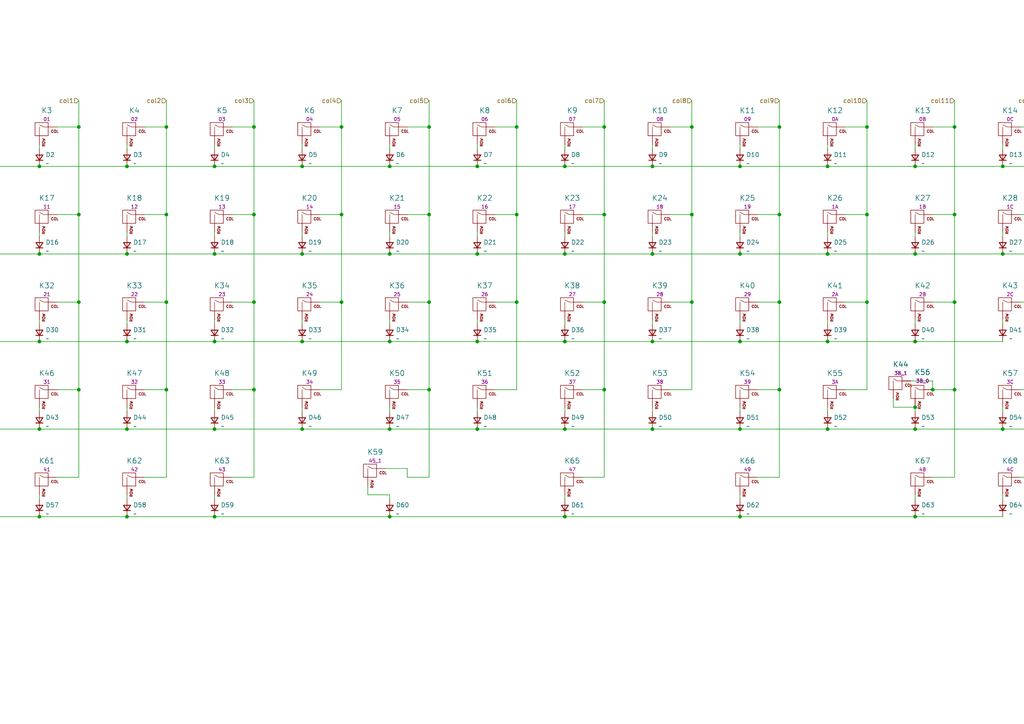
<source format=kicad_sch>
(kicad_sch (version 20211123) (generator eeschema)
  (paper "A4")
  (junction (at 251.46 87.63))
  (junction (at 87.63 48.26))
  (junction (at 214.63 124.46))
  (junction (at 36.83 48.26))
  (junction (at 302.26 62.23))
  (junction (at 214.63 73.66))
  (junction (at 124.46 36.83))
  (junction (at 302.26 87.63))
  (junction (at 276.86 113.03))
  (junction (at 149.86 87.63))
  (junction (at 99.06 62.23))
  (junction (at 240.03 73.66))
  (junction (at -13.97 73.66))
  (junction (at 22.86 87.63))
  (junction (at 48.26 113.03))
  (junction (at 11.43 124.46))
  (junction (at 240.03 124.46))
  (junction (at 189.23 124.46))
  (junction (at 48.26 62.23))
  (junction (at 265.43 124.46))
  (junction (at 124.46 87.63))
  (junction (at 11.43 73.66))
  (junction (at 265.43 99.06))
  (junction (at 189.23 73.66))
  (junction (at -13.97 99.06))
  (junction (at 87.63 124.46))
  (junction (at 175.26 36.83))
  (junction (at 113.03 124.46))
  (junction (at 149.86 62.23))
  (junction (at 214.63 48.26))
  (junction (at 73.66 113.03))
  (junction (at 175.26 113.03))
  (junction (at 302.26 113.03))
  (junction (at 290.83 48.26))
  (junction (at 226.06 113.03))
  (junction (at 276.86 62.23))
  (junction (at -2.54 62.23))
  (junction (at 22.86 62.23))
  (junction (at 265.43 118.11))
  (junction (at -2.54 87.63))
  (junction (at 113.03 73.66))
  (junction (at 149.86 36.83))
  (junction (at 48.26 87.63))
  (junction (at 87.63 99.06))
  (junction (at 321.31 36.83))
  (junction (at 62.23 99.06))
  (junction (at -13.97 149.86))
  (junction (at 11.43 99.06))
  (junction (at 290.83 73.66))
  (junction (at 175.26 87.63))
  (junction (at 265.43 48.26))
  (junction (at -8.89 87.63))
  (junction (at 22.86 113.03))
  (junction (at 251.46 36.83))
  (junction (at 73.66 87.63))
  (junction (at -13.97 48.26))
  (junction (at 226.06 87.63))
  (junction (at 73.66 62.23))
  (junction (at 73.66 36.83))
  (junction (at 87.63 73.66))
  (junction (at 62.23 48.26))
  (junction (at 113.03 149.86))
  (junction (at 113.03 99.06))
  (junction (at 36.83 124.46))
  (junction (at 36.83 73.66))
  (junction (at -2.54 36.83))
  (junction (at 240.03 99.06))
  (junction (at 316.23 41.91))
  (junction (at 138.43 48.26))
  (junction (at 214.63 99.06))
  (junction (at 226.06 62.23))
  (junction (at 163.83 99.06))
  (junction (at 163.83 149.86))
  (junction (at 138.43 73.66))
  (junction (at 11.43 149.86))
  (junction (at 189.23 48.26))
  (junction (at 62.23 124.46))
  (junction (at 99.06 36.83))
  (junction (at 214.63 149.86))
  (junction (at 163.83 48.26))
  (junction (at 276.86 87.63))
  (junction (at 302.26 36.83))
  (junction (at 62.23 73.66))
  (junction (at 124.46 62.23))
  (junction (at -2.54 113.03))
  (junction (at -13.97 124.46))
  (junction (at 200.66 62.23))
  (junction (at 175.26 62.23))
  (junction (at 138.43 99.06))
  (junction (at 163.83 124.46))
  (junction (at 36.83 149.86))
  (junction (at 240.03 48.26))
  (junction (at 163.83 73.66))
  (junction (at 226.06 36.83))
  (junction (at -13.97 92.71))
  (junction (at 265.43 73.66))
  (junction (at 138.43 124.46))
  (junction (at 22.86 36.83))
  (junction (at 189.23 99.06))
  (junction (at 200.66 87.63))
  (junction (at 200.66 36.83))
  (junction (at 276.86 36.83))
  (junction (at 124.46 113.03))
  (junction (at 99.06 87.63))
  (junction (at 327.66 36.83))
  (junction (at 265.43 149.86))
  (junction (at 11.43 48.26))
  (junction (at 270.51 113.03))
  (junction (at 62.23 149.86))
  (junction (at 251.46 62.23))
  (junction (at 290.83 124.46))
  (junction (at 36.83 99.06))
  (junction (at 327.66 62.23))
  (junction (at 48.26 36.83))
  (junction (at 113.03 48.26))
  (wire (pts (xy 99.06 36.83) (xy 99.06 62.23)))
  (wire (pts (xy -2.54 29.21) (xy -2.54 36.83)))
  (wire (pts (xy 143.51 87.63) (xy 149.86 87.63)))
  (wire (pts (xy -13.97 67.31) (xy -13.97 68.58)))
  (wire (pts (xy 118.11 87.63) (xy 124.46 87.63)))
  (wire (pts (xy 48.26 87.63) (xy 48.26 62.23)))
  (wire (pts (xy 73.66 113.03) (xy 73.66 87.63)))
  (wire (pts (xy 226.06 113.03) (xy 226.06 87.63)))
  (wire (pts (xy -25.4 124.46) (xy -13.97 124.46)))
  (wire (pts (xy 118.11 138.43) (xy 124.46 138.43)))
  (wire (pts (xy 16.51 87.63) (xy 22.86 87.63)))
  (wire (pts (xy 113.03 92.71) (xy 113.03 93.98)))
  (wire (pts (xy 270.51 62.23) (xy 276.86 62.23)))
  (wire (pts (xy -2.54 113.03) (xy -2.54 87.63)))
  (wire (pts (xy 219.71 113.03) (xy 226.06 113.03)))
  (wire (pts (xy 16.51 62.23) (xy 22.86 62.23)))
  (wire (pts (xy 214.63 118.11) (xy 214.63 119.38)))
  (wire (pts (xy 36.83 41.91) (xy 36.83 43.18)))
  (wire (pts (xy 48.26 113.03) (xy 48.26 87.63)))
  (wire (pts (xy 214.63 67.31) (xy 214.63 68.58)))
  (wire (pts (xy 11.43 143.51) (xy 11.43 144.78)))
  (wire (pts (xy 143.51 113.03) (xy 149.86 113.03)))
  (wire (pts (xy 138.43 118.11) (xy 138.43 119.38)))
  (wire (pts (xy -8.89 87.63) (xy -2.54 87.63)))
  (wire (pts (xy 163.83 67.31) (xy 163.83 68.58)))
  (wire (pts (xy 118.11 36.83) (xy 124.46 36.83)))
  (wire (pts (xy 321.31 34.29) (xy 321.31 36.83)))
  (wire (pts (xy 36.83 149.86) (xy 62.23 149.86)))
  (wire (pts (xy 175.26 29.21) (xy 175.26 36.83)))
  (wire (pts (xy 276.86 87.63) (xy 276.86 62.23)))
  (wire (pts (xy 87.63 67.31) (xy 87.63 68.58)))
  (wire (pts (xy 251.46 113.03) (xy 251.46 87.63)))
  (wire (pts (xy 189.23 92.71) (xy 189.23 93.98)))
  (wire (pts (xy 168.91 62.23) (xy 175.26 62.23)))
  (wire (pts (xy 194.31 113.03) (xy 200.66 113.03)))
  (wire (pts (xy 168.91 87.63) (xy 175.26 87.63)))
  (wire (pts (xy 62.23 124.46) (xy 87.63 124.46)))
  (wire (pts (xy 251.46 29.21) (xy 251.46 36.83)))
  (wire (pts (xy 264.16 110.49) (xy 270.51 110.49)))
  (wire (pts (xy 295.91 36.83) (xy 302.26 36.83)))
  (wire (pts (xy 214.63 149.86) (xy 265.43 149.86)))
  (wire (pts (xy 327.66 36.83) (xy 327.66 62.23)))
  (wire (pts (xy -15.24 85.09) (xy -8.89 85.09)))
  (wire (pts (xy 302.26 36.83) (xy 302.26 62.23)))
  (wire (pts (xy 309.88 39.37) (xy 309.88 41.91)))
  (wire (pts (xy 245.11 62.23) (xy 251.46 62.23)))
  (wire (pts (xy 11.43 124.46) (xy 36.83 124.46)))
  (wire (pts (xy 302.26 138.43) (xy 302.26 113.03)))
  (wire (pts (xy 276.86 138.43) (xy 276.86 113.03)))
  (wire (pts (xy 62.23 143.51) (xy 62.23 144.78)))
  (wire (pts (xy 36.83 92.71) (xy 36.83 93.98)))
  (wire (pts (xy 87.63 73.66) (xy 113.03 73.66)))
  (wire (pts (xy 92.71 36.83) (xy 99.06 36.83)))
  (wire (pts (xy 36.83 124.46) (xy 62.23 124.46)))
  (wire (pts (xy 265.43 143.51) (xy 265.43 144.78)))
  (wire (pts (xy 124.46 138.43) (xy 124.46 113.03)))
  (wire (pts (xy 11.43 99.06) (xy 36.83 99.06)))
  (wire (pts (xy -2.54 36.83) (xy -2.54 62.23)))
  (wire (pts (xy 168.91 138.43) (xy 175.26 138.43)))
  (wire (pts (xy 214.63 48.26) (xy 240.03 48.26)))
  (wire (pts (xy 327.66 113.03) (xy 327.66 62.23)))
  (wire (pts (xy 200.66 113.03) (xy 200.66 87.63)))
  (wire (pts (xy 138.43 48.26) (xy 163.83 48.26)))
  (wire (pts (xy 214.63 73.66) (xy 240.03 73.66)))
  (wire (pts (xy 200.66 29.21) (xy 200.66 36.83)))
  (wire (pts (xy 214.63 143.51) (xy 214.63 144.78)))
  (wire (pts (xy 22.86 36.83) (xy 22.86 62.23)))
  (wire (pts (xy 219.71 36.83) (xy 226.06 36.83)))
  (wire (pts (xy 226.06 29.21) (xy 226.06 36.83)))
  (wire (pts (xy 251.46 87.63) (xy 251.46 62.23)))
  (wire (pts (xy -13.97 118.11) (xy -13.97 119.38)))
  (wire (pts (xy 245.11 87.63) (xy 251.46 87.63)))
  (wire (pts (xy 259.08 118.11) (xy 265.43 118.11)))
  (wire (pts (xy 163.83 118.11) (xy 163.83 119.38)))
  (wire (pts (xy 73.66 138.43) (xy 73.66 113.03)))
  (wire (pts (xy 113.03 99.06) (xy 138.43 99.06)))
  (wire (pts (xy 276.86 36.83) (xy 276.86 62.23)))
  (wire (pts (xy 168.91 36.83) (xy 175.26 36.83)))
  (wire (pts (xy 87.63 48.26) (xy 113.03 48.26)))
  (wire (pts (xy 194.31 36.83) (xy 200.66 36.83)))
  (wire (pts (xy -2.54 87.63) (xy -2.54 62.23)))
  (wire (pts (xy 168.91 113.03) (xy 175.26 113.03)))
  (wire (pts (xy 265.43 67.31) (xy 265.43 68.58)))
  (wire (pts (xy 62.23 149.86) (xy 113.03 149.86)))
  (wire (pts (xy 240.03 118.11) (xy 240.03 119.38)))
  (wire (pts (xy -8.89 62.23) (xy -2.54 62.23)))
  (wire (pts (xy 92.71 113.03) (xy 99.06 113.03)))
  (wire (pts (xy 16.51 138.43) (xy 22.86 138.43)))
  (wire (pts (xy 316.23 67.31) (xy 316.23 68.58)))
  (wire (pts (xy -2.54 138.43) (xy -2.54 113.03)))
  (wire (pts (xy 189.23 124.46) (xy 214.63 124.46)))
  (wire (pts (xy 22.86 113.03) (xy 22.86 87.63)))
  (wire (pts (xy 302.26 29.21) (xy 302.26 36.83)))
  (wire (pts (xy -13.97 143.51) (xy -13.97 144.78)))
  (wire (pts (xy 163.83 124.46) (xy 189.23 124.46)))
  (wire (pts (xy 11.43 48.26) (xy 36.83 48.26)))
  (wire (pts (xy 92.71 87.63) (xy 99.06 87.63)))
  (wire (pts (xy -13.97 92.71) (xy -13.97 93.98)))
  (wire (pts (xy 113.03 143.51) (xy 113.03 144.78)))
  (wire (pts (xy 251.46 36.83) (xy 251.46 62.23)))
  (wire (pts (xy 73.66 87.63) (xy 73.66 62.23)))
  (wire (pts (xy 138.43 124.46) (xy 163.83 124.46)))
  (wire (pts (xy 219.71 138.43) (xy 226.06 138.43)))
  (wire (pts (xy 270.51 138.43) (xy 276.86 138.43)))
  (wire (pts (xy 245.11 113.03) (xy 251.46 113.03)))
  (wire (pts (xy -13.97 124.46) (xy 11.43 124.46)))
  (wire (pts (xy 265.43 73.66) (xy 290.83 73.66)))
  (wire (pts (xy 149.86 29.21) (xy 149.86 36.83)))
  (wire (pts (xy -8.89 113.03) (xy -2.54 113.03)))
  (wire (pts (xy 41.91 87.63) (xy 48.26 87.63)))
  (wire (pts (xy 48.26 29.21) (xy 48.26 36.83)))
  (wire (pts (xy 163.83 48.26) (xy 189.23 48.26)))
  (wire (pts (xy 219.71 62.23) (xy 226.06 62.23)))
  (wire (pts (xy 163.83 92.71) (xy 163.83 93.98)))
  (wire (pts (xy 175.26 36.83) (xy 175.26 62.23)))
  (wire (pts (xy 189.23 99.06) (xy 214.63 99.06)))
  (wire (pts (xy 138.43 73.66) (xy 163.83 73.66)))
  (wire (pts (xy 118.11 113.03) (xy 124.46 113.03)))
  (wire (pts (xy 265.43 149.86) (xy 290.83 149.86)))
  (wire (pts (xy 113.03 124.46) (xy 138.43 124.46)))
  (wire (pts (xy 200.66 87.63) (xy 200.66 62.23)))
  (wire (pts (xy 67.31 113.03) (xy 73.66 113.03)))
  (wire (pts (xy 67.31 36.83) (xy 73.66 36.83)))
  (wire (pts (xy 113.03 118.11) (xy 113.03 119.38)))
  (wire (pts (xy 118.11 135.89) (xy 118.11 138.43)))
  (wire (pts (xy 138.43 67.31) (xy 138.43 68.58)))
  (wire (pts (xy 265.43 92.71) (xy 265.43 93.98)))
  (wire (pts (xy 290.83 143.51) (xy 290.83 144.78)))
  (wire (pts (xy 113.03 73.66) (xy 138.43 73.66)))
  (wire (pts (xy -13.97 48.26) (xy 11.43 48.26)))
  (wire (pts (xy 309.88 41.91) (xy 316.23 41.91)))
  (wire (pts (xy 113.03 48.26) (xy 138.43 48.26)))
  (wire (pts (xy -20.32 90.17) (xy -20.32 92.71)))
  (wire (pts (xy 321.31 36.83) (xy 327.66 36.83)))
  (wire (pts (xy 175.26 87.63) (xy 175.26 62.23)))
  (wire (pts (xy 321.31 113.03) (xy 327.66 113.03)))
  (wire (pts (xy 149.86 36.83) (xy 149.86 62.23)))
  (wire (pts (xy 270.51 87.63) (xy 276.86 87.63)))
  (wire (pts (xy 290.83 124.46) (xy 316.23 124.46)))
  (wire (pts (xy 259.08 115.57) (xy 259.08 118.11)))
  (wire (pts (xy 149.86 87.63) (xy 149.86 62.23)))
  (wire (pts (xy -25.4 48.26) (xy -13.97 48.26)))
  (wire (pts (xy 62.23 41.91) (xy 62.23 43.18)))
  (wire (pts (xy 226.06 138.43) (xy 226.06 113.03)))
  (wire (pts (xy 219.71 87.63) (xy 226.06 87.63)))
  (wire (pts (xy 11.43 41.91) (xy 11.43 43.18)))
  (wire (pts (xy 87.63 92.71) (xy 87.63 93.98)))
  (wire (pts (xy 138.43 92.71) (xy 138.43 93.98)))
  (wire (pts (xy 62.23 48.26) (xy 87.63 48.26)))
  (wire (pts (xy 302.26 113.03) (xy 302.26 87.63)))
  (wire (pts (xy 240.03 41.91) (xy 240.03 43.18)))
  (wire (pts (xy 67.31 62.23) (xy 73.66 62.23)))
  (wire (pts (xy 11.43 73.66) (xy 36.83 73.66)))
  (wire (pts (xy 48.26 138.43) (xy 48.26 113.03)))
  (wire (pts (xy 194.31 62.23) (xy 200.66 62.23)))
  (wire (pts (xy 99.06 113.03) (xy 99.06 87.63)))
  (wire (pts (xy 265.43 124.46) (xy 290.83 124.46)))
  (wire (pts (xy 41.91 113.03) (xy 48.26 113.03)))
  (wire (pts (xy 214.63 41.91) (xy 214.63 43.18)))
  (wire (pts (xy 290.83 48.26) (xy 316.23 48.26)))
  (wire (pts (xy 240.03 48.26) (xy 265.43 48.26)))
  (wire (pts (xy 118.11 62.23) (xy 124.46 62.23)))
  (wire (pts (xy 270.51 113.03) (xy 276.86 113.03)))
  (wire (pts (xy 302.26 87.63) (xy 302.26 62.23)))
  (wire (pts (xy 111.76 135.89) (xy 118.11 135.89)))
  (wire (pts (xy 265.43 48.26) (xy 290.83 48.26)))
  (wire (pts (xy 316.23 118.11) (xy 316.23 119.38)))
  (wire (pts (xy 124.46 113.03) (xy 124.46 87.63)))
  (wire (pts (xy 87.63 124.46) (xy 113.03 124.46)))
  (wire (pts (xy 314.96 34.29) (xy 321.31 34.29)))
  (wire (pts (xy 67.31 87.63) (xy 73.66 87.63)))
  (wire (pts (xy 290.83 73.66) (xy 316.23 73.66)))
  (wire (pts (xy -20.32 92.71) (xy -13.97 92.71)))
  (wire (pts (xy 290.83 92.71) (xy 290.83 93.98)))
  (wire (pts (xy 113.03 67.31) (xy 113.03 68.58)))
  (wire (pts (xy 240.03 73.66) (xy 265.43 73.66)))
  (wire (pts (xy 67.31 138.43) (xy 73.66 138.43)))
  (wire (pts (xy 226.06 87.63) (xy 226.06 62.23)))
  (wire (pts (xy 295.91 138.43) (xy 302.26 138.43)))
  (wire (pts (xy 124.46 87.63) (xy 124.46 62.23)))
  (wire (pts (xy 62.23 92.71) (xy 62.23 93.98)))
  (wire (pts (xy 11.43 118.11) (xy 11.43 119.38)))
  (wire (pts (xy -13.97 149.86) (xy 11.43 149.86)))
  (wire (pts (xy 163.83 41.91) (xy 163.83 43.18)))
  (wire (pts (xy 11.43 92.71) (xy 11.43 93.98)))
  (wire (pts (xy -25.4 73.66) (xy -13.97 73.66)))
  (wire (pts (xy 106.68 140.97) (xy 106.68 143.51)))
  (wire (pts (xy 11.43 149.86) (xy 36.83 149.86)))
  (wire (pts (xy 73.66 36.83) (xy 73.66 62.23)))
  (wire (pts (xy 200.66 36.83) (xy 200.66 62.23)))
  (wire (pts (xy 163.83 143.51) (xy 163.83 144.78)))
  (wire (pts (xy 36.83 67.31) (xy 36.83 68.58)))
  (wire (pts (xy 321.31 62.23) (xy 327.66 62.23)))
  (wire (pts (xy 124.46 36.83) (xy 124.46 62.23)))
  (wire (pts (xy 36.83 99.06) (xy 62.23 99.06)))
  (wire (pts (xy -25.4 149.86) (xy -13.97 149.86)))
  (wire (pts (xy 99.06 29.21) (xy 99.06 36.83)))
  (wire (pts (xy 106.68 143.51) (xy 113.03 143.51)))
  (wire (pts (xy 163.83 73.66) (xy 189.23 73.66)))
  (wire (pts (xy 163.83 99.06) (xy 189.23 99.06)))
  (wire (pts (xy 240.03 92.71) (xy 240.03 93.98)))
  (wire (pts (xy 175.26 113.03) (xy 175.26 87.63)))
  (wire (pts (xy 113.03 41.91) (xy 113.03 43.18)))
  (wire (pts (xy 87.63 118.11) (xy 87.63 119.38)))
  (wire (pts (xy 41.91 138.43) (xy 48.26 138.43)))
  (wire (pts (xy 36.83 118.11) (xy 36.83 119.38)))
  (wire (pts (xy 276.86 113.03) (xy 276.86 87.63)))
  (wire (pts (xy 113.03 149.86) (xy 163.83 149.86)))
  (wire (pts (xy 226.06 36.83) (xy 226.06 62.23)))
  (wire (pts (xy 16.51 113.03) (xy 22.86 113.03)))
  (wire (pts (xy 87.63 99.06) (xy 113.03 99.06)))
  (wire (pts (xy 240.03 67.31) (xy 240.03 68.58)))
  (wire (pts (xy 41.91 36.83) (xy 48.26 36.83)))
  (wire (pts (xy 189.23 48.26) (xy 214.63 48.26)))
  (wire (pts (xy 41.91 62.23) (xy 48.26 62.23)))
  (wire (pts (xy 245.11 36.83) (xy 251.46 36.83)))
  (wire (pts (xy 138.43 41.91) (xy 138.43 43.18)))
  (wire (pts (xy 240.03 124.46) (xy 265.43 124.46)))
  (wire (pts (xy 276.86 29.21) (xy 276.86 36.83)))
  (wire (pts (xy 290.83 67.31) (xy 290.83 68.58)))
  (wire (pts (xy 214.63 99.06) (xy 240.03 99.06)))
  (wire (pts (xy 189.23 73.66) (xy 214.63 73.66)))
  (wire (pts (xy 189.23 67.31) (xy 189.23 68.58)))
  (wire (pts (xy 270.51 36.83) (xy 276.86 36.83)))
  (wire (pts (xy 62.23 118.11) (xy 62.23 119.38)))
  (wire (pts (xy 270.51 110.49) (xy 270.51 113.03)))
  (wire (pts (xy 62.23 73.66) (xy 87.63 73.66)))
  (wire (pts (xy 143.51 62.23) (xy 149.86 62.23)))
  (wire (pts (xy 295.91 113.03) (xy 302.26 113.03)))
  (wire (pts (xy 175.26 138.43) (xy 175.26 113.03)))
  (wire (pts (xy 265.43 118.11) (xy 265.43 119.38)))
  (wire (pts (xy -13.97 41.91) (xy -13.97 43.18)))
  (wire (pts (xy 22.86 87.63) (xy 22.86 62.23)))
  (wire (pts (xy -8.89 138.43) (xy -2.54 138.43)))
  (wire (pts (xy 194.31 87.63) (xy 200.66 87.63)))
  (wire (pts (xy -13.97 73.66) (xy 11.43 73.66)))
  (wire (pts (xy 36.83 143.51) (xy 36.83 144.78)))
  (wire (pts (xy -8.89 85.09) (xy -8.89 87.63)))
  (wire (pts (xy 92.71 62.23) (xy 99.06 62.23)))
  (wire (pts (xy 62.23 99.06) (xy 87.63 99.06)))
  (wire (pts (xy 22.86 29.21) (xy 22.86 36.83)))
  (wire (pts (xy 16.51 36.83) (xy 22.86 36.83)))
  (wire (pts (xy 290.83 41.91) (xy 290.83 43.18)))
  (wire (pts (xy -8.89 36.83) (xy -2.54 36.83)))
  (wire (pts (xy 295.91 62.23) (xy 302.26 62.23)))
  (wire (pts (xy 214.63 92.71) (xy 214.63 93.98)))
  (wire (pts (xy 265.43 99.06) (xy 290.83 99.06)))
  (wire (pts (xy 73.66 29.21) (xy 73.66 36.83)))
  (wire (pts (xy 240.03 99.06) (xy 265.43 99.06)))
  (wire (pts (xy 36.83 73.66) (xy 62.23 73.66)))
  (wire (pts (xy 22.86 138.43) (xy 22.86 113.03)))
  (wire (pts (xy 99.06 87.63) (xy 99.06 62.23)))
  (wire (pts (xy 124.46 29.21) (xy 124.46 36.83)))
  (wire (pts (xy 48.26 36.83) (xy 48.26 62.23)))
  (wire (pts (xy 149.86 113.03) (xy 149.86 87.63)))
  (wire (pts (xy 316.23 41.91) (xy 316.23 43.18)))
  (wire (pts (xy 11.43 67.31) (xy 11.43 68.58)))
  (wire (pts (xy 327.66 29.21) (xy 327.66 36.83)))
  (wire (pts (xy 87.63 41.91) (xy 87.63 43.18)))
  (wire (pts (xy 290.83 118.11) (xy 290.83 119.38)))
  (wire (pts (xy 189.23 118.11) (xy 189.23 119.38)))
  (wire (pts (xy -13.97 99.06) (xy 11.43 99.06)))
  (wire (pts (xy -25.4 99.06) (xy -13.97 99.06)))
  (wire (pts (xy 138.43 99.06) (xy 163.83 99.06)))
  (wire (pts (xy 265.43 41.91) (xy 265.43 43.18)))
  (wire (pts (xy 214.63 124.46) (xy 240.03 124.46)))
  (wire (pts (xy 189.23 41.91) (xy 189.23 43.18)))
  (wire (pts (xy 36.83 48.26) (xy 62.23 48.26)))
  (wire (pts (xy 143.51 36.83) (xy 149.86 36.83)))
  (wire (pts (xy 295.91 87.63) (xy 302.26 87.63)))
  (wire (pts (xy 62.23 67.31) (xy 62.23 68.58)))
  (wire (pts (xy 163.83 149.86) (xy 214.63 149.86)))
  (hierarchical_label "col9" (shape input) (at 226.06 29.21 180))
  (hierarchical_label "col7" (shape input) (at 175.26 29.21 180))
  (hierarchical_label "col8" (shape input) (at 200.66 29.21 180))
  (hierarchical_label "col6" (shape input) (at 149.86 29.21 180))
  (hierarchical_label "row2" (shape input) (at -25.4 99.06 180))
  (hierarchical_label "col3" (shape input) (at 73.66 29.21 180))
  (hierarchical_label "col10" (shape input) (at 251.46 29.21 180))
  (hierarchical_label "row4" (shape input) (at -25.4 149.86 180))
  (hierarchical_label "col13" (shape input) (at 327.66 29.21 180))
  (hierarchical_label "col5" (shape input) (at 124.46 29.21 180))
  (hierarchical_label "col0" (shape input) (at -2.54 29.21 180))
  (hierarchical_label "col11" (shape input) (at 276.86 29.21 180))
  (hierarchical_label "col1" (shape input) (at 22.86 29.21 180))
  (hierarchical_label "row1" (shape input) (at -25.4 73.66 180))
  (hierarchical_label "row0" (shape input) (at -25.4 48.26 180))
  (hierarchical_label "col12" (shape input) (at 302.26 29.21 180))
  (hierarchical_label "row3" (shape input) (at -25.4 124.46 180))
  (hierarchical_label "col4" (shape input) (at 99.06 29.21 180))
  (hierarchical_label "col2" (shape input) (at 48.26 29.21 180))
  (symbol (lib_id "Device:D_Small") (at 290.83 147.32 90) (unit 1)
    (property "Reference" "D64" (at 292.608 146.4853 90) (effects (justify right)))
    (property "Value" "~" (at 292.608 149.0222 90) (effects (justify right)))
    (property "Footprint" "Diode_SMD:D_SOD-123" (effects hide))
  )
  (symbol (lib_id "MX_Alps_Hybrid:MX-NoLED") (at 292.1 139.7 0) (unit 1)
    (property "Reference" "K68" (at 292.9856 133.6421 0) (effects (font (size 1.524 1.524))))
    (property "Footprint" "Keybage_MX:MX_1.5u_NoLED" (effects hide))
    (property "Matrix Position (do not modify)" "4C" (at 292.9856 136.179 0) (effects (font (size 1.016 1.016))))
  )
  (symbol (lib_id "Device:D_Small") (at 265.43 147.32 90) (unit 1)
    (property "Reference" "D63" (at 267.208 146.4853 90) (effects (justify right)))
    (property "Value" "~" (at 267.208 149.0222 90) (effects (justify right)))
    (property "Footprint" "Diode_SMD:D_SOD-123" (effects hide))
  )
  (symbol (lib_id "MX_Alps_Hybrid:MX-NoLED") (at 266.7 139.7 0) (unit 1)
    (property "Reference" "K67" (at 267.5856 133.6421 0) (effects (font (size 1.524 1.524))))
    (property "Footprint" "Keybage_MX:MX_1u_NoLED" (effects hide))
    (property "Matrix Position (do not modify)" "4B" (at 267.5856 136.179 0) (effects (font (size 1.016 1.016))))
  )
  (symbol (lib_id "Device:D_Small") (at 214.63 147.32 90) (unit 1)
    (property "Reference" "D62" (at 216.408 146.4853 90) (effects (justify right)))
    (property "Value" "~" (at 216.408 149.0222 90) (effects (justify right)))
    (property "Footprint" "Diode_SMD:D_SOD-123" (effects hide))
  )
  (symbol (lib_id "MX_Alps_Hybrid:MX-NoLED") (at 215.9 139.7 0) (unit 1)
    (property "Reference" "K66" (at 216.7856 133.6421 0) (effects (font (size 1.524 1.524))))
    (property "Footprint" "Keybage_MX:MX_1.5u_NoLED" (effects hide))
    (property "Matrix Position (do not modify)" "49" (at 216.7856 136.179 0) (effects (font (size 1.016 1.016))))
  )
  (symbol (lib_id "Device:D_Small") (at 163.83 147.32 90) (unit 1)
    (property "Reference" "D61" (at 165.608 146.4853 90) (effects (justify right)))
    (property "Value" "~" (at 165.608 149.0222 90) (effects (justify right)))
    (property "Footprint" "Diode_SMD:D_SOD-123" (effects hide))
  )
  (symbol (lib_id "MX_Alps_Hybrid:MX-NoLED") (at 165.1 139.7 0) (unit 1)
    (property "Reference" "K65" (at 165.9856 133.6421 0) (effects (font (size 1.524 1.524))))
    (property "Footprint" "Keybage_MX:MX_3u_ReversedStabilizers_NoLED" (effects hide))
    (property "Matrix Position (do not modify)" "47" (at 165.9856 136.179 0) (effects (font (size 1.016 1.016))))
  )
  (symbol (lib_id "MX_Alps_Hybrid:MX-NoLED") (at 107.95 137.16 0) (unit 1)
    (property "Reference" "K59" (at 108.8356 131.1021 0) (effects (font (size 1.524 1.524))))
    (property "Footprint" "Keybage_MX:MX_1u_NoLED" (effects hide))
    (property "Matrix Position (do not modify)" "45_1" (at 108.8356 133.639 0) (effects (font (size 1.016 1.016))))
  )
  (symbol (lib_id "Device:D_Small") (at 113.03 147.32 90) (unit 1)
    (property "Reference" "D60" (at 114.808 146.4853 90) (effects (justify right)))
    (property "Value" "~" (at 114.808 149.0222 90) (effects (justify right)))
    (property "Footprint" "Diode_SMD:D_SOD-123" (effects hide))
  )
  (symbol (lib_id "Device:D_Small") (at 62.23 147.32 90) (unit 1)
    (property "Reference" "D59" (at 64.008 146.4853 90) (effects (justify right)))
    (property "Value" "~" (at 64.008 149.0222 90) (effects (justify right)))
    (property "Footprint" "Diode_SMD:D_SOD-123" (effects hide))
  )
  (symbol (lib_id "MX_Alps_Hybrid:MX-NoLED") (at 63.5 139.7 0) (unit 1)
    (property "Reference" "K63" (at 64.3856 133.6421 0) (effects (font (size 1.524 1.524))))
    (property "Footprint" "Keybage_MX:MX_3u_ReversedStabilizers_NoLED" (effects hide))
    (property "Matrix Position (do not modify)" "43" (at 64.3856 136.179 0) (effects (font (size 1.016 1.016))))
  )
  (symbol (lib_id "Device:D_Small") (at 36.83 147.32 90) (unit 1)
    (property "Reference" "D58" (at 38.608 146.4853 90) (effects (justify right)))
    (property "Value" "~" (at 38.608 149.0222 90) (effects (justify right)))
    (property "Footprint" "Diode_SMD:D_SOD-123" (effects hide))
  )
  (symbol (lib_id "MX_Alps_Hybrid:MX-NoLED") (at 38.1 139.7 0) (unit 1)
    (property "Reference" "K62" (at 38.9856 133.6421 0) (effects (font (size 1.524 1.524))))
    (property "Footprint" "Keybage_MX:MX_1.5u_NoLED" (effects hide))
    (property "Matrix Position (do not modify)" "42" (at 38.9856 136.179 0) (effects (font (size 1.016 1.016))))
  )
  (symbol (lib_id "Device:D_Small") (at 11.43 147.32 90) (unit 1)
    (property "Reference" "D57" (at 13.208 146.4853 90) (effects (justify right)))
    (property "Value" "~" (at 13.208 149.0222 90) (effects (justify right)))
    (property "Footprint" "Diode_SMD:D_SOD-123" (effects hide))
  )
  (symbol (lib_id "MX_Alps_Hybrid:MX-NoLED") (at 12.7 139.7 0) (unit 1)
    (property "Reference" "K61" (at 13.5856 133.6421 0) (effects (font (size 1.524 1.524))))
    (property "Footprint" "Keybage_MX:MX_1u_NoLED" (effects hide))
    (property "Matrix Position (do not modify)" "41" (at 13.5856 136.179 0) (effects (font (size 1.016 1.016))))
  )
  (symbol (lib_id "Device:D_Small") (at -13.97 147.32 90) (unit 1)
    (property "Reference" "D56" (at -12.192 146.4853 90) (effects (justify right)))
    (property "Value" "~" (at -12.192 149.0222 90) (effects (justify right)))
    (property "Footprint" "Diode_SMD:D_SOD-123" (effects hide))
  )
  (symbol (lib_id "MX_Alps_Hybrid:MX-NoLED") (at -12.7 139.7 0) (unit 1)
    (property "Reference" "K60" (at -11.8144 133.6421 0) (effects (font (size 1.524 1.524))))
    (property "Footprint" "Keybage_MX:MX_1.5u_NoLED" (effects hide))
    (property "Matrix Position (do not modify)" "40" (at -11.8144 136.179 0) (effects (font (size 1.016 1.016))))
  )
  (symbol (lib_id "Device:D_Small") (at 316.23 121.92 90) (unit 1)
    (property "Reference" "D55" (at 318.008 121.0853 90) (effects (justify right)))
    (property "Value" "~" (at 318.008 123.6222 90) (effects (justify right)))
    (property "Footprint" "Diode_SMD:D_SOD-123" (effects hide))
  )
  (symbol (lib_id "MX_Alps_Hybrid:MX-NoLED") (at 317.5 114.3 0) (unit 1)
    (property "Reference" "K58" (at 318.3856 108.2421 0) (effects (font (size 1.524 1.524))))
    (property "Footprint" "Keybage_MX:MX_1u_NoLED" (effects hide))
    (property "Matrix Position (do not modify)" "3D" (at 318.3856 110.779 0) (effects (font (size 1.016 1.016))))
  )
  (symbol (lib_id "Device:D_Small") (at 290.83 121.92 90) (unit 1)
    (property "Reference" "D54" (at 292.608 121.0853 90) (effects (justify right)))
    (property "Value" "~" (at 292.608 123.6222 90) (effects (justify right)))
    (property "Footprint" "Diode_SMD:D_SOD-123" (effects hide))
  )
  (symbol (lib_id "MX_Alps_Hybrid:MX-NoLED") (at 292.1 114.3 0) (unit 1)
    (property "Reference" "K57" (at 292.9856 108.2421 0) (effects (font (size 1.524 1.524))))
    (property "Footprint" "Keybage_MX:MX_1u_NoLED" (effects hide))
    (property "Matrix Position (do not modify)" "3C" (at 292.9856 110.779 0) (effects (font (size 1.016 1.016))))
  )
  (symbol (lib_id "MX_Alps_Hybrid:MX-NoLED") (at 260.35 111.76 0) (unit 1)
    (property "Reference" "K44" (at 261.2356 105.7021 0) (effects (font (size 1.524 1.524))))
    (property "Footprint" "Keybage_MX:MX_1.75u_NoLED" (effects hide))
    (property "Matrix Position (do not modify)" "3B_1" (at 261.2356 108.239 0) (effects (font (size 1.016 1.016))))
  )
  (symbol (lib_id "Device:D_Small") (at 265.43 121.92 90) (unit 1)
    (property "Reference" "D53" (at 267.208 121.0853 90) (effects (justify right)))
    (property "Value" "~" (at 267.208 123.6222 90) (effects (justify right)))
    (property "Footprint" "Diode_SMD:D_SOD-123" (effects hide))
  )
  (symbol (lib_id "MX_Alps_Hybrid:MX-NoLED") (at 266.7 114.3 0) (unit 1)
    (property "Reference" "K56" (at 267.5856 107.95 0) (effects (font (size 1.524 1.524))))
    (property "Footprint" "Keybage_MX:MX_2.75u_NoLED" (effects hide))
    (property "Matrix Position (do not modify)" "3B_0" (at 267.5856 110.49 0) (effects (font (size 1.016 1.016))))
  )
  (symbol (lib_id "Device:D_Small") (at 240.03 121.92 90) (unit 1)
    (property "Reference" "D52" (at 241.808 121.0853 90) (effects (justify right)))
    (property "Value" "~" (at 241.808 123.6222 90) (effects (justify right)))
    (property "Footprint" "Diode_SMD:D_SOD-123" (effects hide))
  )
  (symbol (lib_id "MX_Alps_Hybrid:MX-NoLED") (at 241.3 114.3 0) (unit 1)
    (property "Reference" "K55" (at 242.1856 108.2421 0) (effects (font (size 1.524 1.524))))
    (property "Footprint" "Keybage_MX:MX_1u_NoLED" (effects hide))
    (property "Matrix Position (do not modify)" "3A" (at 242.1856 110.779 0) (effects (font (size 1.016 1.016))))
  )
  (symbol (lib_id "Device:D_Small") (at 214.63 121.92 90) (unit 1)
    (property "Reference" "D51" (at 216.408 121.0853 90) (effects (justify right)))
    (property "Value" "~" (at 216.408 123.6222 90) (effects (justify right)))
    (property "Footprint" "Diode_SMD:D_SOD-123" (effects hide))
  )
  (symbol (lib_id "MX_Alps_Hybrid:MX-NoLED") (at 215.9 114.3 0) (unit 1)
    (property "Reference" "K54" (at 216.7856 108.2421 0) (effects (font (size 1.524 1.524))))
    (property "Footprint" "Keybage_MX:MX_1u_NoLED" (effects hide))
    (property "Matrix Position (do not modify)" "39" (at 216.7856 110.779 0) (effects (font (size 1.016 1.016))))
  )
  (symbol (lib_id "Device:D_Small") (at 189.23 121.92 90) (unit 1)
    (property "Reference" "D50" (at 191.008 121.0853 90) (effects (justify right)))
    (property "Value" "~" (at 191.008 123.6222 90) (effects (justify right)))
    (property "Footprint" "Diode_SMD:D_SOD-123" (effects hide))
  )
  (symbol (lib_id "MX_Alps_Hybrid:MX-NoLED") (at 190.5 114.3 0) (unit 1)
    (property "Reference" "K53" (at 191.3856 108.2421 0) (effects (font (size 1.524 1.524))))
    (property "Footprint" "Keybage_MX:MX_1u_NoLED" (effects hide))
    (property "Matrix Position (do not modify)" "38" (at 191.3856 110.779 0) (effects (font (size 1.016 1.016))))
  )
  (symbol (lib_id "Device:D_Small") (at 163.83 121.92 90) (unit 1)
    (property "Reference" "D49" (at 165.608 121.0853 90) (effects (justify right)))
    (property "Value" "~" (at 165.608 123.6222 90) (effects (justify right)))
    (property "Footprint" "Diode_SMD:D_SOD-123" (effects hide))
  )
  (symbol (lib_id "MX_Alps_Hybrid:MX-NoLED") (at 165.1 114.3 0) (unit 1)
    (property "Reference" "K52" (at 165.9856 108.2421 0) (effects (font (size 1.524 1.524))))
    (property "Footprint" "Keybage_MX:MX_1u_NoLED" (effects hide))
    (property "Matrix Position (do not modify)" "37" (at 165.9856 110.779 0) (effects (font (size 1.016 1.016))))
  )
  (symbol (lib_id "Device:D_Small") (at 138.43 121.92 90) (unit 1)
    (property "Reference" "D48" (at 140.208 121.0853 90) (effects (justify right)))
    (property "Value" "~" (at 140.208 123.6222 90) (effects (justify right)))
    (property "Footprint" "Diode_SMD:D_SOD-123" (effects hide))
  )
  (symbol (lib_id "MX_Alps_Hybrid:MX-NoLED") (at 139.7 114.3 0) (unit 1)
    (property "Reference" "K51" (at 140.5856 108.2421 0) (effects (font (size 1.524 1.524))))
    (property "Footprint" "Keybage_MX:MX_1u_NoLED" (effects hide))
    (property "Matrix Position (do not modify)" "36" (at 140.5856 110.779 0) (effects (font (size 1.016 1.016))))
  )
  (symbol (lib_id "Device:D_Small") (at 113.03 121.92 90) (unit 1)
    (property "Reference" "D47" (at 114.808 121.0853 90) (effects (justify right)))
    (property "Value" "~" (at 114.808 123.6222 90) (effects (justify right)))
    (property "Footprint" "Diode_SMD:D_SOD-123" (effects hide))
  )
  (symbol (lib_id "MX_Alps_Hybrid:MX-NoLED") (at 114.3 114.3 0) (unit 1)
    (property "Reference" "K50" (at 115.1856 108.2421 0) (effects (font (size 1.524 1.524))))
    (property "Footprint" "Keybage_MX:MX_1u_NoLED" (effects hide))
    (property "Matrix Position (do not modify)" "35" (at 115.1856 110.779 0) (effects (font (size 1.016 1.016))))
  )
  (symbol (lib_id "Device:D_Small") (at 87.63 121.92 90) (unit 1)
    (property "Reference" "D46" (at 89.408 121.0853 90) (effects (justify right)))
    (property "Value" "~" (at 89.408 123.6222 90) (effects (justify right)))
    (property "Footprint" "Diode_SMD:D_SOD-123" (effects hide))
  )
  (symbol (lib_id "MX_Alps_Hybrid:MX-NoLED") (at 88.9 114.3 0) (unit 1)
    (property "Reference" "K49" (at 89.7856 108.2421 0) (effects (font (size 1.524 1.524))))
    (property "Footprint" "Keybage_MX:MX_1u_NoLED" (effects hide))
    (property "Matrix Position (do not modify)" "34" (at 89.7856 110.779 0) (effects (font (size 1.016 1.016))))
  )
  (symbol (lib_id "Device:D_Small") (at 62.23 121.92 90) (unit 1)
    (property "Reference" "D45" (at 64.008 121.0853 90) (effects (justify right)))
    (property "Value" "~" (at 64.008 123.6222 90) (effects (justify right)))
    (property "Footprint" "Diode_SMD:D_SOD-123" (effects hide))
  )
  (symbol (lib_id "MX_Alps_Hybrid:MX-NoLED") (at 63.5 114.3 0) (unit 1)
    (property "Reference" "K48" (at 64.3856 108.2421 0) (effects (font (size 1.524 1.524))))
    (property "Footprint" "Keybage_MX:MX_1u_NoLED" (effects hide))
    (property "Matrix Position (do not modify)" "33" (at 64.3856 110.779 0) (effects (font (size 1.016 1.016))))
  )
  (symbol (lib_id "Device:D_Small") (at 36.83 121.92 90) (unit 1)
    (property "Reference" "D44" (at 38.608 121.0853 90) (effects (justify right)))
    (property "Value" "~" (at 38.608 123.6222 90) (effects (justify right)))
    (property "Footprint" "Diode_SMD:D_SOD-123" (effects hide))
  )
  (symbol (lib_id "MX_Alps_Hybrid:MX-NoLED") (at 38.1 114.3 0) (unit 1)
    (property "Reference" "K47" (at 38.9856 108.2421 0) (effects (font (size 1.524 1.524))))
    (property "Footprint" "Keybage_MX:MX_1u_NoLED" (effects hide))
    (property "Matrix Position (do not modify)" "32" (at 38.9856 110.779 0) (effects (font (size 1.016 1.016))))
  )
  (symbol (lib_id "Device:D_Small") (at 11.43 121.92 90) (unit 1)
    (property "Reference" "D43" (at 13.208 121.0853 90) (effects (justify right)))
    (property "Value" "~" (at 13.208 123.6222 90) (effects (justify right)))
    (property "Footprint" "Diode_SMD:D_SOD-123" (effects hide))
  )
  (symbol (lib_id "MX_Alps_Hybrid:MX-NoLED") (at 12.7 114.3 0) (unit 1)
    (property "Reference" "K46" (at 13.5856 108.2421 0) (effects (font (size 1.524 1.524))))
    (property "Footprint" "Keybage_MX:MX_1u_NoLED" (effects hide))
    (property "Matrix Position (do not modify)" "31" (at 13.5856 110.779 0) (effects (font (size 1.016 1.016))))
  )
  (symbol (lib_id "Device:D_Small") (at -13.97 121.92 90) (unit 1)
    (property "Reference" "D42" (at -12.192 121.0853 90) (effects (justify right)))
    (property "Value" "~" (at -12.192 123.6222 90) (effects (justify right)))
    (property "Footprint" "Diode_SMD:D_SOD-123" (effects hide))
  )
  (symbol (lib_id "MX_Alps_Hybrid:MX-NoLED") (at -12.7 114.3 0) (unit 1)
    (property "Reference" "K45" (at -11.8144 108.2421 0) (effects (font (size 1.524 1.524))))
    (property "Footprint" "Keybage_MX:MX_2.25u_NoLED" (effects hide))
    (property "Matrix Position (do not modify)" "30" (at -11.8144 110.779 0) (effects (font (size 1.016 1.016))))
  )
  (symbol (lib_id "Device:D_Small") (at 290.83 96.52 90) (unit 1)
    (property "Reference" "D41" (at 292.608 95.6853 90) (effects (justify right)))
    (property "Value" "~" (at 292.608 98.2222 90) (effects (justify right)))
    (property "Footprint" "Diode_SMD:D_SOD-123" (effects hide))
  )
  (symbol (lib_id "MX_Alps_Hybrid:MX-NoLED") (at 292.1 88.9 0) (unit 1)
    (property "Reference" "K43" (at 292.9856 82.8421 0) (effects (font (size 1.524 1.524))))
    (property "Footprint" "Keybage_MX:MX_2.25u_ReversedStabilizers_NoLED" (effects hide))
    (property "Matrix Position (do not modify)" "2C" (at 292.9856 85.379 0) (effects (font (size 1.016 1.016))))
  )
  (symbol (lib_id "Device:D_Small") (at 265.43 96.52 90) (unit 1)
    (property "Reference" "D40" (at 267.208 95.6853 90) (effects (justify right)))
    (property "Value" "~" (at 267.208 98.2222 90) (effects (justify right)))
    (property "Footprint" "Diode_SMD:D_SOD-123" (effects hide))
  )
  (symbol (lib_id "MX_Alps_Hybrid:MX-NoLED") (at 266.7 88.9 0) (unit 1)
    (property "Reference" "K42" (at 267.5856 82.8421 0) (effects (font (size 1.524 1.524))))
    (property "Footprint" "Keybage_MX:MX_1u_NoLED" (effects hide))
    (property "Matrix Position (do not modify)" "2B" (at 267.5856 85.379 0) (effects (font (size 1.016 1.016))))
  )
  (symbol (lib_id "Device:D_Small") (at 240.03 96.52 90) (unit 1)
    (property "Reference" "D39" (at 241.808 95.6853 90) (effects (justify right)))
    (property "Value" "~" (at 241.808 98.2222 90) (effects (justify right)))
    (property "Footprint" "Diode_SMD:D_SOD-123" (effects hide))
  )
  (symbol (lib_id "MX_Alps_Hybrid:MX-NoLED") (at 241.3 88.9 0) (unit 1)
    (property "Reference" "K41" (at 242.1856 82.8421 0) (effects (font (size 1.524 1.524))))
    (property "Footprint" "Keybage_MX:MX_1u_NoLED" (effects hide))
    (property "Matrix Position (do not modify)" "2A" (at 242.1856 85.379 0) (effects (font (size 1.016 1.016))))
  )
  (symbol (lib_id "Device:D_Small") (at 214.63 96.52 90) (unit 1)
    (property "Reference" "D38" (at 216.408 95.6853 90) (effects (justify right)))
    (property "Value" "~" (at 216.408 98.2222 90) (effects (justify right)))
    (property "Footprint" "Diode_SMD:D_SOD-123" (effects hide))
  )
  (symbol (lib_id "MX_Alps_Hybrid:MX-NoLED") (at 215.9 88.9 0) (unit 1)
    (property "Reference" "K40" (at 216.7856 82.8421 0) (effects (font (size 1.524 1.524))))
    (property "Footprint" "Keybage_MX:MX_1u_NoLED" (effects hide))
    (property "Matrix Position (do not modify)" "29" (at 216.7856 85.379 0) (effects (font (size 1.016 1.016))))
  )
  (symbol (lib_id "Device:D_Small") (at 189.23 96.52 90) (unit 1)
    (property "Reference" "D37" (at 191.008 95.6853 90) (effects (justify right)))
    (property "Value" "~" (at 191.008 98.2222 90) (effects (justify right)))
    (property "Footprint" "Diode_SMD:D_SOD-123" (effects hide))
  )
  (symbol (lib_id "MX_Alps_Hybrid:MX-NoLED") (at 190.5 88.9 0) (unit 1)
    (property "Reference" "K39" (at 191.3856 82.8421 0) (effects (font (size 1.524 1.524))))
    (property "Footprint" "Keybage_MX:MX_1u_NoLED" (effects hide))
    (property "Matrix Position (do not modify)" "28" (at 191.3856 85.379 0) (effects (font (size 1.016 1.016))))
  )
  (symbol (lib_id "Device:D_Small") (at 163.83 96.52 90) (unit 1)
    (property "Reference" "D36" (at 165.608 95.6853 90) (effects (justify right)))
    (property "Value" "~" (at 165.608 98.2222 90) (effects (justify right)))
    (property "Footprint" "Diode_SMD:D_SOD-123" (effects hide))
  )
  (symbol (lib_id "MX_Alps_Hybrid:MX-NoLED") (at 165.1 88.9 0) (unit 1)
    (property "Reference" "K38" (at 165.9856 82.8421 0) (effects (font (size 1.524 1.524))))
    (property "Footprint" "Keybage_MX:MX_1u_NoLED" (effects hide))
    (property "Matrix Position (do not modify)" "27" (at 165.9856 85.379 0) (effects (font (size 1.016 1.016))))
  )
  (symbol (lib_id "Device:D_Small") (at 138.43 96.52 90) (unit 1)
    (property "Reference" "D35" (at 140.208 95.6853 90) (effects (justify right)))
    (property "Value" "~" (at 140.208 98.2222 90) (effects (justify right)))
    (property "Footprint" "Diode_SMD:D_SOD-123" (effects hide))
  )
  (symbol (lib_id "MX_Alps_Hybrid:MX-NoLED") (at 139.7 88.9 0) (unit 1)
    (property "Reference" "K37" (at 140.5856 82.8421 0) (effects (font (size 1.524 1.524))))
    (property "Footprint" "Keybage_MX:MX_1u_NoLED" (effects hide))
    (property "Matrix Position (do not modify)" "26" (at 140.5856 85.379 0) (effects (font (size 1.016 1.016))))
  )
  (symbol (lib_id "Device:D_Small") (at 113.03 96.52 90) (unit 1)
    (property "Reference" "D34" (at 114.808 95.6853 90) (effects (justify right)))
    (property "Value" "~" (at 114.808 98.2222 90) (effects (justify right)))
    (property "Footprint" "Diode_SMD:D_SOD-123" (effects hide))
  )
  (symbol (lib_id "MX_Alps_Hybrid:MX-NoLED") (at 114.3 88.9 0) (unit 1)
    (property "Reference" "K36" (at 115.1856 82.8421 0) (effects (font (size 1.524 1.524))))
    (property "Footprint" "Keybage_MX:MX_1u_NoLED" (effects hide))
    (property "Matrix Position (do not modify)" "25" (at 115.1856 85.379 0) (effects (font (size 1.016 1.016))))
  )
  (symbol (lib_id "Device:D_Small") (at 87.63 96.52 90) (unit 1)
    (property "Reference" "D33" (at 89.408 95.6853 90) (effects (justify right)))
    (property "Value" "~" (at 89.408 98.2222 90) (effects (justify right)))
    (property "Footprint" "Diode_SMD:D_SOD-123" (effects hide))
  )
  (symbol (lib_id "MX_Alps_Hybrid:MX-NoLED") (at 88.9 88.9 0) (unit 1)
    (property "Reference" "K35" (at 89.7856 82.8421 0) (effects (font (size 1.524 1.524))))
    (property "Footprint" "Keybage_MX:MX_1u_NoLED" (effects hide))
    (property "Matrix Position (do not modify)" "24" (at 89.7856 85.379 0) (effects (font (size 1.016 1.016))))
  )
  (symbol (lib_id "Device:D_Small") (at 62.23 96.52 90) (unit 1)
    (property "Reference" "D32" (at 64.008 95.6853 90) (effects (justify right)))
    (property "Value" "~" (at 64.008 98.2222 90) (effects (justify right)))
    (property "Footprint" "Diode_SMD:D_SOD-123" (effects hide))
  )
  (symbol (lib_id "MX_Alps_Hybrid:MX-NoLED") (at 63.5 88.9 0) (unit 1)
    (property "Reference" "K34" (at 64.3856 82.8421 0) (effects (font (size 1.524 1.524))))
    (property "Footprint" "Keybage_MX:MX_1u_NoLED" (effects hide))
    (property "Matrix Position (do not modify)" "23" (at 64.3856 85.379 0) (effects (font (size 1.016 1.016))))
  )
  (symbol (lib_id "Device:D_Small") (at 36.83 96.52 90) (unit 1)
    (property "Reference" "D31" (at 38.608 95.6853 90) (effects (justify right)))
    (property "Value" "~" (at 38.608 98.2222 90) (effects (justify right)))
    (property "Footprint" "Diode_SMD:D_SOD-123" (effects hide))
  )
  (symbol (lib_id "MX_Alps_Hybrid:MX-NoLED") (at 38.1 88.9 0) (unit 1)
    (property "Reference" "K33" (at 38.9856 82.8421 0) (effects (font (size 1.524 1.524))))
    (property "Footprint" "Keybage_MX:MX_1u_NoLED" (effects hide))
    (property "Matrix Position (do not modify)" "22" (at 38.9856 85.379 0) (effects (font (size 1.016 1.016))))
  )
  (symbol (lib_id "Device:D_Small") (at 11.43 96.52 90) (unit 1)
    (property "Reference" "D30" (at 13.208 95.6853 90) (effects (justify right)))
    (property "Value" "~" (at 13.208 98.2222 90) (effects (justify right)))
    (property "Footprint" "Diode_SMD:D_SOD-123" (effects hide))
  )
  (symbol (lib_id "MX_Alps_Hybrid:MX-NoLED") (at 12.7 88.9 0) (unit 1)
    (property "Reference" "K32" (at 13.5856 82.8421 0) (effects (font (size 1.524 1.524))))
    (property "Footprint" "Keybage_MX:MX_1u_NoLED" (effects hide))
    (property "Matrix Position (do not modify)" "21" (at 13.5856 85.379 0) (effects (font (size 1.016 1.016))))
  )
  (symbol (lib_id "Device:D_Small") (at -13.97 96.52 90) (unit 1)
    (property "Reference" "D29" (at -12.192 95.6853 90) (effects (justify right)))
    (property "Value" "~" (at -12.192 98.2222 90) (effects (justify right)))
    (property "Footprint" "Diode_SMD:D_SOD-123" (effects hide))
  )
  (symbol (lib_id "Device:D_Small") (at 316.23 71.12 90) (unit 1)
    (property "Reference" "D28" (at 318.008 70.2853 90) (effects (justify right)))
    (property "Value" "~" (at 318.008 72.8222 90) (effects (justify right)))
    (property "Footprint" "Diode_SMD:D_SOD-123" (effects hide))
  )
  (symbol (lib_id "MX_Alps_Hybrid:MX-NoLED") (at 317.5 63.5 0) (unit 1)
    (property "Reference" "K29" (at 318.3856 57.4421 0) (effects (font (size 1.524 1.524))))
    (property "Footprint" "Keybage_MX:MX_1.5u_NoLED" (effects hide))
    (property "Matrix Position (do not modify)" "1D" (at 318.3856 59.979 0) (effects (font (size 1.016 1.016))))
  )
  (symbol (lib_id "Device:D_Small") (at 290.83 71.12 90) (unit 1)
    (property "Reference" "D27" (at 292.608 70.2853 90) (effects (justify right)))
    (property "Value" "~" (at 292.608 72.8222 90) (effects (justify right)))
    (property "Footprint" "Diode_SMD:D_SOD-123" (effects hide))
  )
  (symbol (lib_id "MX_Alps_Hybrid:MX-NoLED") (at 292.1 63.5 0) (unit 1)
    (property "Reference" "K28" (at 292.9856 57.4421 0) (effects (font (size 1.524 1.524))))
    (property "Footprint" "Keybage_MX:MX_1u_NoLED" (effects hide))
    (property "Matrix Position (do not modify)" "1C" (at 292.9856 59.979 0) (effects (font (size 1.016 1.016))))
  )
  (symbol (lib_id "Device:D_Small") (at 265.43 71.12 90) (unit 1)
    (property "Reference" "D26" (at 267.208 70.2853 90) (effects (justify right)))
    (property "Value" "~" (at 267.208 72.8222 90) (effects (justify right)))
    (property "Footprint" "Diode_SMD:D_SOD-123" (effects hide))
  )
  (symbol (lib_id "MX_Alps_Hybrid:MX-NoLED") (at 266.7 63.5 0) (unit 1)
    (property "Reference" "K27" (at 267.5856 57.4421 0) (effects (font (size 1.524 1.524))))
    (property "Footprint" "Keybage_MX:MX_1u_NoLED" (effects hide))
    (property "Matrix Position (do not modify)" "1B" (at 267.5856 59.979 0) (effects (font (size 1.016 1.016))))
  )
  (symbol (lib_id "Device:D_Small") (at 240.03 71.12 90) (unit 1)
    (property "Reference" "D25" (at 241.808 70.2853 90) (effects (justify right)))
    (property "Value" "~" (at 241.808 72.8222 90) (effects (justify right)))
    (property "Footprint" "Diode_SMD:D_SOD-123" (effects hide))
  )
  (symbol (lib_id "MX_Alps_Hybrid:MX-NoLED") (at 241.3 63.5 0) (unit 1)
    (property "Reference" "K26" (at 242.1856 57.4421 0) (effects (font (size 1.524 1.524))))
    (property "Footprint" "Keybage_MX:MX_1u_NoLED" (effects hide))
    (property "Matrix Position (do not modify)" "1A" (at 242.1856 59.979 0) (effects (font (size 1.016 1.016))))
  )
  (symbol (lib_id "Device:D_Small") (at 214.63 71.12 90) (unit 1)
    (property "Reference" "D24" (at 216.408 70.2853 90) (effects (justify right)))
    (property "Value" "~" (at 216.408 72.8222 90) (effects (justify right)))
    (property "Footprint" "Diode_SMD:D_SOD-123" (effects hide))
  )
  (symbol (lib_id "MX_Alps_Hybrid:MX-NoLED") (at 215.9 63.5 0) (unit 1)
    (property "Reference" "K25" (at 216.7856 57.4421 0) (effects (font (size 1.524 1.524))))
    (property "Footprint" "Keybage_MX:MX_1u_NoLED" (effects hide))
    (property "Matrix Position (do not modify)" "19" (at 216.7856 59.979 0) (effects (font (size 1.016 1.016))))
  )
  (symbol (lib_id "Device:D_Small") (at 189.23 71.12 90) (unit 1)
    (property "Reference" "D23" (at 191.008 70.2853 90) (effects (justify right)))
    (property "Value" "~" (at 191.008 72.8222 90) (effects (justify right)))
    (property "Footprint" "Diode_SMD:D_SOD-123" (effects hide))
  )
  (symbol (lib_id "MX_Alps_Hybrid:MX-NoLED") (at 190.5 63.5 0) (unit 1)
    (property "Reference" "K24" (at 191.3856 57.4421 0) (effects (font (size 1.524 1.524))))
    (property "Footprint" "Keybage_MX:MX_1u_NoLED" (effects hide))
    (property "Matrix Position (do not modify)" "18" (at 191.3856 59.979 0) (effects (font (size 1.016 1.016))))
  )
  (symbol (lib_id "Device:D_Small") (at 163.83 71.12 90) (unit 1)
    (property "Reference" "D22" (at 165.608 70.2853 90) (effects (justify right)))
    (property "Value" "~" (at 165.608 72.8222 90) (effects (justify right)))
    (property "Footprint" "Diode_SMD:D_SOD-123" (effects hide))
  )
  (symbol (lib_id "MX_Alps_Hybrid:MX-NoLED") (at 165.1 63.5 0) (unit 1)
    (property "Reference" "K23" (at 165.9856 57.4421 0) (effects (font (size 1.524 1.524))))
    (property "Footprint" "Keybage_MX:MX_1u_NoLED" (effects hide))
    (property "Matrix Position (do not modify)" "17" (at 165.9856 59.979 0) (effects (font (size 1.016 1.016))))
  )
  (symbol (lib_id "Device:D_Small") (at 138.43 71.12 90) (unit 1)
    (property "Reference" "D21" (at 140.208 70.2853 90) (effects (justify right)))
    (property "Value" "~" (at 140.208 72.8222 90) (effects (justify right)))
    (property "Footprint" "Diode_SMD:D_SOD-123" (effects hide))
  )
  (symbol (lib_id "MX_Alps_Hybrid:MX-NoLED") (at 139.7 63.5 0) (unit 1)
    (property "Reference" "K22" (at 140.5856 57.4421 0) (effects (font (size 1.524 1.524))))
    (property "Footprint" "Keybage_MX:MX_1u_NoLED" (effects hide))
    (property "Matrix Position (do not modify)" "16" (at 140.5856 59.979 0) (effects (font (size 1.016 1.016))))
  )
  (symbol (lib_id "Device:D_Small") (at 113.03 71.12 90) (unit 1)
    (property "Reference" "D20" (at 114.808 70.2853 90) (effects (justify right)))
    (property "Value" "~" (at 114.808 72.8222 90) (effects (justify right)))
    (property "Footprint" "Diode_SMD:D_SOD-123" (effects hide))
  )
  (symbol (lib_id "MX_Alps_Hybrid:MX-NoLED") (at 114.3 63.5 0) (unit 1)
    (property "Reference" "K21" (at 115.1856 57.4421 0) (effects (font (size 1.524 1.524))))
    (property "Footprint" "Keybage_MX:MX_1u_NoLED" (effects hide))
    (property "Matrix Position (do not modify)" "15" (at 115.1856 59.979 0) (effects (font (size 1.016 1.016))))
  )
  (symbol (lib_id "Device:D_Small") (at 87.63 71.12 90) (unit 1)
    (property "Reference" "D19" (at 89.408 70.2853 90) (effects (justify right)))
    (property "Value" "~" (at 89.408 72.8222 90) (effects (justify right)))
    (property "Footprint" "Diode_SMD:D_SOD-123" (effects hide))
  )
  (symbol (lib_id "MX_Alps_Hybrid:MX-NoLED") (at 88.9 63.5 0) (unit 1)
    (property "Reference" "K20" (at 89.7856 57.4421 0) (effects (font (size 1.524 1.524))))
    (property "Footprint" "Keybage_MX:MX_1u_NoLED" (effects hide))
    (property "Matrix Position (do not modify)" "14" (at 89.7856 59.979 0) (effects (font (size 1.016 1.016))))
  )
  (symbol (lib_id "Device:D_Small") (at 62.23 71.12 90) (unit 1)
    (property "Reference" "D18" (at 64.008 70.2853 90) (effects (justify right)))
    (property "Value" "~" (at 64.008 72.8222 90) (effects (justify right)))
    (property "Footprint" "Diode_SMD:D_SOD-123" (effects hide))
  )
  (symbol (lib_id "MX_Alps_Hybrid:MX-NoLED") (at 63.5 63.5 0) (unit 1)
    (property "Reference" "K19" (at 64.3856 57.4421 0) (effects (font (size 1.524 1.524))))
    (property "Footprint" "Keybage_MX:MX_1u_NoLED" (effects hide))
    (property "Matrix Position (do not modify)" "13" (at 64.3856 59.979 0) (effects (font (size 1.016 1.016))))
  )
  (symbol (lib_id "Device:D_Small") (at 36.83 71.12 90) (unit 1)
    (property "Reference" "D17" (at 38.608 70.2853 90) (effects (justify right)))
    (property "Value" "~" (at 38.608 72.8222 90) (effects (justify right)))
    (property "Footprint" "Diode_SMD:D_SOD-123" (effects hide))
  )
  (symbol (lib_id "MX_Alps_Hybrid:MX-NoLED") (at 38.1 63.5 0) (unit 1)
    (property "Reference" "K18" (at 38.9856 57.4421 0) (effects (font (size 1.524 1.524))))
    (property "Footprint" "Keybage_MX:MX_1u_NoLED" (effects hide))
    (property "Matrix Position (do not modify)" "12" (at 38.9856 59.979 0) (effects (font (size 1.016 1.016))))
  )
  (symbol (lib_id "Device:D_Small") (at 11.43 71.12 90) (unit 1)
    (property "Reference" "D16" (at 13.208 70.2853 90) (effects (justify right)))
    (property "Value" "~" (at 13.208 72.8222 90) (effects (justify right)))
    (property "Footprint" "Diode_SMD:D_SOD-123" (effects hide))
  )
  (symbol (lib_id "MX_Alps_Hybrid:MX-NoLED") (at 12.7 63.5 0) (unit 1)
    (property "Reference" "K17" (at 13.5856 57.4421 0) (effects (font (size 1.524 1.524))))
    (property "Footprint" "Keybage_MX:MX_1u_NoLED" (effects hide))
    (property "Matrix Position (do not modify)" "11" (at 13.5856 59.979 0) (effects (font (size 1.016 1.016))))
  )
  (symbol (lib_id "Device:D_Small") (at -13.97 71.12 90) (unit 1)
    (property "Reference" "D15" (at -12.192 70.2853 90) (effects (justify right)))
    (property "Value" "~" (at -12.192 72.8222 90) (effects (justify right)))
    (property "Footprint" "Diode_SMD:D_SOD-123" (effects hide))
  )
  (symbol (lib_id "MX_Alps_Hybrid:MX-NoLED") (at -12.7 63.5 0) (unit 1)
    (property "Reference" "K16" (at -11.8144 57.4421 0) (effects (font (size 1.524 1.524))))
    (property "Footprint" "Keybage_MX:MX_1.5u_NoLED" (effects hide))
    (property "Matrix Position (do not modify)" "10" (at -11.8144 59.979 0) (effects (font (size 1.016 1.016))))
  )
  (symbol (lib_id "MX_Alps_Hybrid:MX-NoLED") (at 311.15 35.56 0) (unit 1)
    (property "Reference" "K1" (at 312.0356 29.5021 0) (effects (font (size 1.524 1.524))))
    (property "Footprint" "Keybage_MX:MX_2u_NoLED" (effects hide))
    (property "Matrix Position (do not modify)" "0D_1" (at 312.0356 32.039 0) (effects (font (size 1.016 1.016))))
  )
  (symbol (lib_id "Device:D_Small") (at 316.23 45.72 90) (unit 1)
    (property "Reference" "D14" (at 318.008 44.8853 90) (effects (justify right)))
    (property "Value" "~" (at 318.008 47.4222 90) (effects (justify right)))
    (property "Footprint" "Diode_SMD:D_SOD-123" (effects hide))
  )
  (symbol (lib_id "MX_Alps_Hybrid:MX-NoLED") (at 317.5 38.1 0) (unit 1)
    (property "Reference" "K15" (at 318.3856 31.75 0) (effects (font (size 1.524 1.524))))
    (property "Footprint" "Keybage_MX:MX_1u_NoLED" (effects hide))
    (property "Matrix Position (do not modify)" "0D_0" (at 318.3856 34.29 0) (effects (font (size 1.016 1.016))))
  )
  (symbol (lib_id "Device:D_Small") (at 290.83 45.72 90) (unit 1)
    (property "Reference" "D13" (at 292.608 44.8853 90) (effects (justify right)))
    (property "Value" "~" (at 292.608 47.4222 90) (effects (justify right)))
    (property "Footprint" "Diode_SMD:D_SOD-123" (effects hide))
  )
  (symbol (lib_id "MX_Alps_Hybrid:MX-NoLED") (at 292.1 38.1 0) (unit 1)
    (property "Reference" "K14" (at 292.9856 32.0421 0) (effects (font (size 1.524 1.524))))
    (property "Footprint" "Keybage_MX:MX_1u_NoLED" (effects hide))
    (property "Matrix Position (do not modify)" "0C" (at 292.9856 34.579 0) (effects (font (size 1.016 1.016))))
  )
  (symbol (lib_id "Device:D_Small") (at 265.43 45.72 90) (unit 1)
    (property "Reference" "D12" (at 267.208 44.8853 90) (effects (justify right)))
    (property "Value" "~" (at 267.208 47.4222 90) (effects (justify right)))
    (property "Footprint" "Diode_SMD:D_SOD-123" (effects hide))
  )
  (symbol (lib_id "MX_Alps_Hybrid:MX-NoLED") (at 266.7 38.1 0) (unit 1)
    (property "Reference" "K13" (at 267.5856 32.0421 0) (effects (font (size 1.524 1.524))))
    (property "Footprint" "Keybage_MX:MX_1u_NoLED" (effects hide))
    (property "Matrix Position (do not modify)" "0B" (at 267.5856 34.579 0) (effects (font (size 1.016 1.016))))
  )
  (symbol (lib_id "Device:D_Small") (at 240.03 45.72 90) (unit 1)
    (property "Reference" "D11" (at 241.808 44.8853 90) (effects (justify right)))
    (property "Value" "~" (at 241.808 47.4222 90) (effects (justify right)))
    (property "Footprint" "Diode_SMD:D_SOD-123" (effects hide))
  )
  (symbol (lib_id "MX_Alps_Hybrid:MX-NoLED") (at 241.3 38.1 0) (unit 1)
    (property "Reference" "K12" (at 242.1856 32.0421 0) (effects (font (size 1.524 1.524))))
    (property "Footprint" "Keybage_MX:MX_1u_NoLED" (effects hide))
    (property "Matrix Position (do not modify)" "0A" (at 242.1856 34.579 0) (effects (font (size 1.016 1.016))))
  )
  (symbol (lib_id "Device:D_Small") (at 214.63 45.72 90) (unit 1)
    (property "Reference" "D10" (at 216.408 44.8853 90) (effects (justify right)))
    (property "Value" "~" (at 216.408 47.4222 90) (effects (justify right)))
    (property "Footprint" "Diode_SMD:D_SOD-123" (effects hide))
  )
  (symbol (lib_id "MX_Alps_Hybrid:MX-NoLED") (at 215.9 38.1 0) (unit 1)
    (property "Reference" "K11" (at 216.7856 32.0421 0) (effects (font (size 1.524 1.524))))
    (property "Footprint" "Keybage_MX:MX_1u_NoLED" (effects hide))
    (property "Matrix Position (do not modify)" "09" (at 216.7856 34.579 0) (effects (font (size 1.016 1.016))))
  )
  (symbol (lib_id "Device:D_Small") (at 189.23 45.72 90) (unit 1)
    (property "Reference" "D9" (at 191.008 44.8853 90) (effects (justify right)))
    (property "Value" "~" (at 191.008 47.4222 90) (effects (justify right)))
    (property "Footprint" "Diode_SMD:D_SOD-123" (effects hide))
  )
  (symbol (lib_id "MX_Alps_Hybrid:MX-NoLED") (at 190.5 38.1 0) (unit 1)
    (property "Reference" "K10" (at 191.3856 32.0421 0) (effects (font (size 1.524 1.524))))
    (property "Footprint" "Keybage_MX:MX_1u_NoLED" (effects hide))
    (property "Matrix Position (do not modify)" "08" (at 191.3856 34.579 0) (effects (font (size 1.016 1.016))))
  )
  (symbol (lib_id "Device:D_Small") (at 163.83 45.72 90) (unit 1)
    (property "Reference" "D8" (at 165.608 44.8853 90) (effects (justify right)))
    (property "Value" "~" (at 165.608 47.4222 90) (effects (justify right)))
    (property "Footprint" "Diode_SMD:D_SOD-123" (effects hide))
  )
  (symbol (lib_id "MX_Alps_Hybrid:MX-NoLED") (at 165.1 38.1 0) (unit 1)
    (property "Reference" "K9" (at 165.9856 32.0421 0) (effects (font (size 1.524 1.524))))
    (property "Footprint" "Keybage_MX:MX_1u_NoLED" (effects hide))
    (property "Matrix Position (do not modify)" "07" (at 165.9856 34.579 0) (effects (font (size 1.016 1.016))))
  )
  (symbol (lib_id "Device:D_Small") (at 138.43 45.72 90) (unit 1)
    (property "Reference" "D7" (at 140.208 44.8853 90) (effects (justify right)))
    (property "Value" "~" (at 140.208 47.4222 90) (effects (justify right)))
    (property "Footprint" "Diode_SMD:D_SOD-123" (effects hide))
  )
  (symbol (lib_id "MX_Alps_Hybrid:MX-NoLED") (at 139.7 38.1 0) (unit 1)
    (property "Reference" "K8" (at 140.5856 32.0421 0) (effects (font (size 1.524 1.524))))
    (property "Footprint" "Keybage_MX:MX_1u_NoLED" (effects hide))
    (property "Matrix Position (do not modify)" "06" (at 140.5856 34.579 0) (effects (font (size 1.016 1.016))))
  )
  (symbol (lib_id "Device:D_Small") (at 113.03 45.72 90) (unit 1)
    (property "Reference" "D6" (at 114.808 44.8853 90) (effects (justify right)))
    (property "Value" "~" (at 114.808 47.4222 90) (effects (justify right)))
    (property "Footprint" "Diode_SMD:D_SOD-123" (effects hide))
  )
  (symbol (lib_id "MX_Alps_Hybrid:MX-NoLED") (at 114.3 38.1 0) (unit 1)
    (property "Reference" "K7" (at 115.1856 32.0421 0) (effects (font (size 1.524 1.524))))
    (property "Footprint" "Keybage_MX:MX_1u_NoLED" (effects hide))
    (property "Matrix Position (do not modify)" "05" (at 115.1856 34.579 0) (effects (font (size 1.016 1.016))))
  )
  (symbol (lib_id "Device:D_Small") (at 87.63 45.72 90) (unit 1)
    (property "Reference" "D5" (at 89.408 44.8853 90) (effects (justify right)))
    (property "Value" "~" (at 89.408 47.4222 90) (effects (justify right)))
    (property "Footprint" "Diode_SMD:D_SOD-123" (effects hide))
  )
  (symbol (lib_id "MX_Alps_Hybrid:MX-NoLED") (at 88.9 38.1 0) (unit 1)
    (property "Reference" "K6" (at 89.7856 32.0421 0) (effects (font (size 1.524 1.524))))
    (property "Footprint" "Keybage_MX:MX_1u_NoLED" (effects hide))
    (property "Matrix Position (do not modify)" "04" (at 89.7856 34.579 0) (effects (font (size 1.016 1.016))))
  )
  (symbol (lib_id "Device:D_Small") (at 62.23 45.72 90) (unit 1)
    (property "Reference" "D4" (at 64.008 44.8853 90) (effects (justify right)))
    (property "Value" "~" (at 64.008 47.4222 90) (effects (justify right)))
    (property "Footprint" "Diode_SMD:D_SOD-123" (effects hide))
  )
  (symbol (lib_id "MX_Alps_Hybrid:MX-NoLED") (at 63.5 38.1 0) (unit 1)
    (property "Reference" "K5" (at 64.3856 32.0421 0) (effects (font (size 1.524 1.524))))
    (property "Footprint" "Keybage_MX:MX_1u_NoLED" (effects hide))
    (property "Matrix Position (do not modify)" "03" (at 64.3856 34.579 0) (effects (font (size 1.016 1.016))))
  )
  (symbol (lib_id "Device:D_Small") (at 36.83 45.72 90) (unit 1)
    (property "Reference" "D3" (at 38.608 44.8853 90) (effects (justify right)))
    (property "Value" "~" (at 38.608 47.4222 90) (effects (justify right)))
    (property "Footprint" "Diode_SMD:D_SOD-123" (effects hide))
  )
  (symbol (lib_id "MX_Alps_Hybrid:MX-NoLED") (at 38.1 38.1 0) (unit 1)
    (property "Reference" "K4" (at 38.9856 32.0421 0) (effects (font (size 1.524 1.524))))
    (property "Footprint" "Keybage_MX:MX_1u_NoLED" (effects hide))
    (property "Matrix Position (do not modify)" "02" (at 38.9856 34.579 0) (effects (font (size 1.016 1.016))))
  )
  (symbol (lib_id "Device:D_Small") (at 11.43 45.72 90) (unit 1)
    (property "Reference" "D2" (at 13.208 44.8853 90) (effects (justify right)))
    (property "Value" "~" (at 13.208 47.4222 90) (effects (justify right)))
    (property "Footprint" "Diode_SMD:D_SOD-123" (effects hide))
  )
  (symbol (lib_id "MX_Alps_Hybrid:MX-NoLED") (at 12.7 38.1 0) (unit 1)
    (property "Reference" "K3" (at 13.5856 32.0421 0) (effects (font (size 1.524 1.524))))
    (property "Footprint" "Keybage_MX:MX_1u_NoLED" (effects hide))
    (property "Matrix Position (do not modify)" "01" (at 13.5856 34.579 0) (effects (font (size 1.016 1.016))))
  )
  (symbol (lib_id "Device:D_Small") (at -13.97 45.72 90) (unit 1)
    (property "Reference" "D1" (at -12.192 44.8853 90) (effects (justify right)))
    (property "Value" "~" (at -12.192 47.4222 90) (effects (justify right)))
    (property "Footprint" "Diode_SMD:D_SOD-123" (effects hide))
  )
  (symbol (lib_id "MX_Alps_Hybrid:MX-NoLED") (at -12.7 38.1 0) (unit 1)
    (property "Reference" "K2" (at -11.8144 32.0421 0) (effects (font (size 1.524 1.524))))
    (property "Footprint" "Keybage_MX:MX_1u_NoLED" (effects hide))
    (property "Matrix Position (do not modify)" "00" (at -11.8144 34.579 0) (effects (font (size 1.016 1.016))))
  )
  (symbol (lib_name "MX-NoLED_2") (lib_id "MX_Alps_Hybrid:MX-NoLED") (at -12.7 88.9 0) (unit 1)
    (property "Reference" "MX2" (at -10.5444 83.4082 0) (effects (font (size 1.524 1.524))))
    (property "Value" "MX-LED" (at -10.5444 85.4884 0) (effects (font (size 0.508 0.508))))
    (property "Footprint" "Keybage_MX:MX_1.75u_NoLED" (effects hide))
  )
  (symbol (lib_name "MX-NoLED_1") (lib_id "MX_Alps_Hybrid:MX-NoLED") (at -19.05 86.36 0) (unit 1)
    (property "Reference" "MX1" (at -16.8944 80.8682 0) (effects (font (size 1.524 1.524))))
    (property "Value" "MX-LED" (at -16.8944 82.9484 0) (effects (font (size 0.508 0.508))))
    (property "Footprint" "Keybage_MX:MX_1.25u_NoLED" (effects hide))
  )
)
</source>
